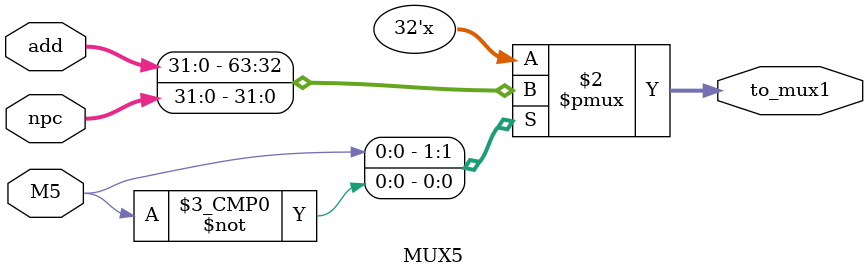
<source format=v>
`timescale 1ns / 1ps


module MUX5(
    input [31 : 0] npc,//0
    input [31 : 0] add,//1
    input M5,
    output reg [31 : 0] to_mux1
    );
    always @(*)
    begin
    case(M5)
        1'b1: to_mux1 = add;
        1'b0: to_mux1 = npc;
        default:
        to_mux1 = add;
   endcase
   end
endmodule

</source>
